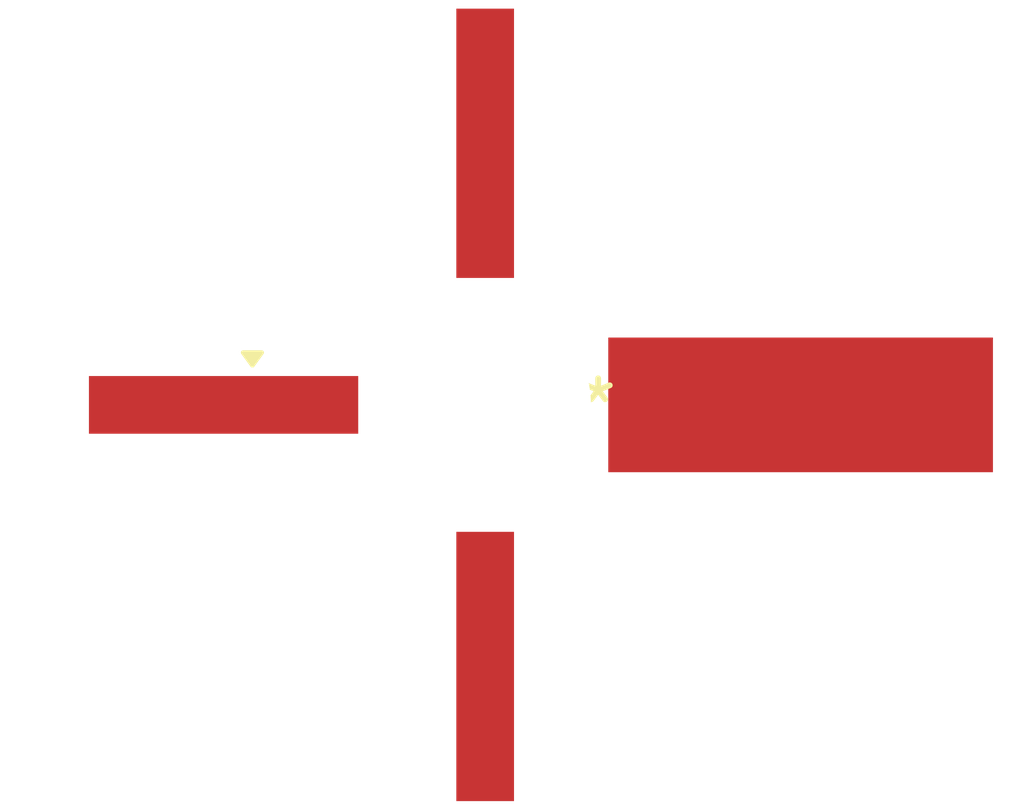
<source format=kicad_pcb>
(kicad_pcb (version 20240108) (generator pcbnew)
  (layers (0 "F.Cu" signal) (31 "B.Cu" signal) (34 "B.Paste" user) (35 "F.Paste" user) (36 "B.SilkS" user "B.Silkscreen") (37 "F.SilkS" user "F.Silkscreen") (38 "B.Mask" user) (39 "F.Mask" user) (44 "Edge.Cuts" user))
  (net 0 "")
  (footprint "PowerMacro_M234_WithHole" (layer "F.Cu") (at 0 0)
    (property "Reference" "REF**")
    (property "Value" "PowerMacro_M234_WithHole")
    (fp_poly (pts (xy -6.75 -1.03) (xy -6.51 -1.36) (xy -6.99 -1.36) (xy -6.75 -1.03)) (layer "F.SilkS") (stroke (width 0.12)) (fill solid))
    (pad "" np_thru_hole circle (at -0.7 0 90) (size 5.5 5.5) (drill 5.5) (layers *.Cu *.Mask))
    (pad "1" smd rect (at -7.5 0 90) (size 1.5 7) (layers "F.Cu" "F.Paste" "F.Mask"))
    (pad "2" smd rect (at -0.7 6.8 90) (size 7 1.5) (layers "F.Cu" "F.Paste" "F.Mask"))
    (pad "3" smd rect (at 7.5 0 90) (size 3.5 10) (layers "F.Cu" "F.Paste" "F.Mask"))
    (pad "4" smd rect (at -0.7 -6.8 90) (size 7 1.5) (layers "F.Cu" "F.Paste" "F.Mask"))
  )
)
</source>
